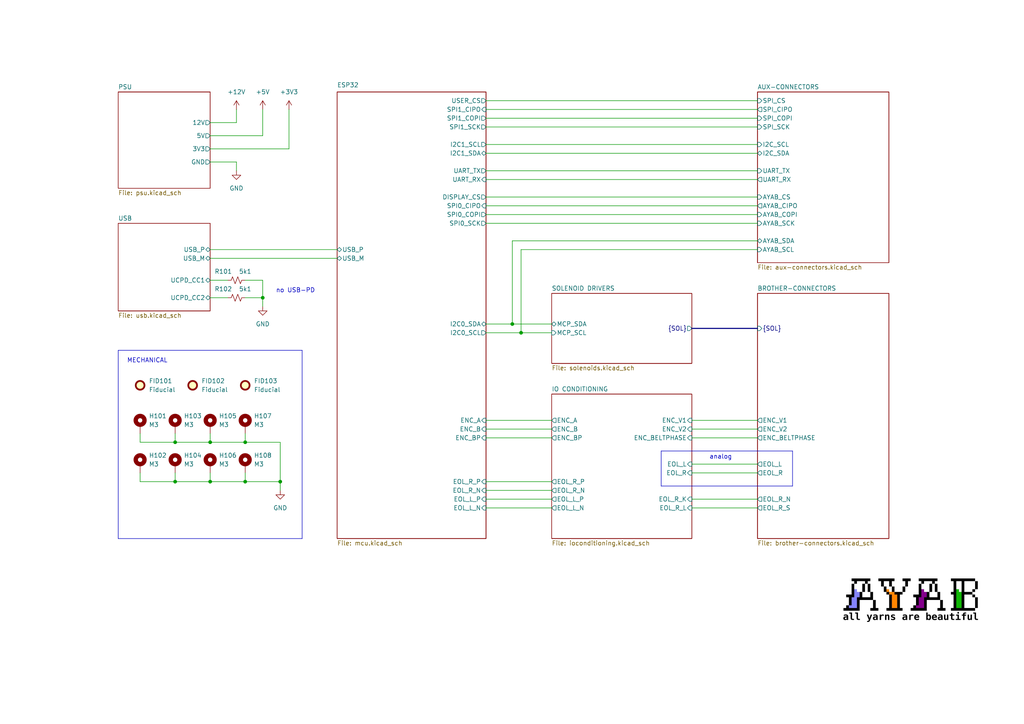
<source format=kicad_sch>
(kicad_sch (version 20230121) (generator eeschema)
  (paper "A4")
  (title_block (title "AYAB-ESP32 overview") (date "2023-07-17") (rev "0.1") (company "matei") (comment 1 "ayab-knitting.com") (comment 2 "distributed under CC-BY-SA-4.0"))
  (lib_symbols
    (symbol "ayab-esp32:Fiducial"
      (property "Reference" "FID" (at 0 5.08 0))
      (property "Value" "Fiducial" (at 0 3.175 0))
      (symbol "Fiducial_0_1"
        (circle (center 0 0) (radius 1.27) (stroke (width 0.508)) (fill (type background)))
      )
    )
    (symbol "ayab-esp32:MountingHole_Pad" (pin_numbers hide) (pin_names (offset 1.016) hide)
      (property "Reference" "H" (at 0 6.35 0))
      (property "Value" "MountingHole_Pad" (at 0 4.445 0))
      (symbol "MountingHole_Pad_0_1"
        (circle (center 0 1.27) (radius 1.27) (stroke (width 1.27)))
      )
      (symbol "MountingHole_Pad_1_1"
        (pin input line (at 0 -2.54 90) (length 2.54) (name "1") (number "1"))
      )
    )
    (symbol "ayab-esp32:R_Small_US" (pin_numbers hide) (pin_names (offset 0.254) hide)
      (property "Reference" "R" (at 0.762 0.508 0))
      (property "Value" "R_Small_US" (at 0.762 -1.016 0))
      (symbol "R_Small_US_1_1"
        (polyline (pts (xy 0 0) (xy 1.016 -0.381) (xy 0 -0.762) (xy -1.016 -1.143) (xy 0 -1.524)))
        (polyline (pts (xy 0 1.524) (xy 1.016 1.143) (xy 0 0.762) (xy -1.016 0.381) (xy 0 0)))
        (pin passive line (at 0 2.54 270) (length 1.016) (name "~") (number "1"))
        (pin passive line (at 0 -2.54 90) (length 1.016) (name "~") (number "2"))
      )
    )
    (symbol "power:+12V" (power) (pin_names (offset 0))
      (property "Value" "+12V" (at 0 3.556 0))
      (symbol "+12V_0_1"
        (polyline (pts (xy -0.762 1.27) (xy 0 2.54)))
        (polyline (pts (xy 0 0) (xy 0 2.54)))
        (polyline (pts (xy 0 2.54) (xy 0.762 1.27)))
      )
      (symbol "+12V_1_1"
        (pin power_in line (at 0 0 90) (length 0) hide (name "+12V") (number "1"))
      )
    )
    (symbol "power:+3V3" (power) (pin_names (offset 0))
      (property "Value" "+3V3" (at 0 3.556 0))
      (symbol "+3V3_0_1"
        (polyline (pts (xy -0.762 1.27) (xy 0 2.54)))
        (polyline (pts (xy 0 0) (xy 0 2.54)))
        (polyline (pts (xy 0 2.54) (xy 0.762 1.27)))
      )
      (symbol "+3V3_1_1"
        (pin power_in line (at 0 0 90) (length 0) hide (name "+3V3") (number "1"))
      )
    )
    (symbol "power:+5V" (power) (pin_names (offset 0))
      (property "Value" "+5V" (at 0 3.556 0))
      (symbol "+5V_0_1"
        (polyline (pts (xy -0.762 1.27) (xy 0 2.54)))
        (polyline (pts (xy 0 0) (xy 0 2.54)))
        (polyline (pts (xy 0 2.54) (xy 0.762 1.27)))
      )
      (symbol "+5V_1_1"
        (pin power_in line (at 0 0 90) (length 0) hide (name "+5V") (number "1"))
      )
    )
    (symbol "power:GND" (power) (pin_names (offset 0))
      (property "Value" "GND" (at 0 -3.81 0))
      (symbol "GND_0_1"
        (polyline (pts (xy 0 0) (xy 0 -1.27) (xy 1.27 -1.27) (xy 0 -2.54) (xy -1.27 -1.27) (xy 0 -1.27)))
      )
      (symbol "GND_1_1"
        (pin power_in line (at 0 0 270) (length 0) hide (name "GND") (number "1"))
      )
    )
  )
  (bus_alias "SOL" (members "SOL_0" "SOL_1" "SOL_2" "SOL_3" "SOL_4" "SOL_5" "SOL_6" "SOL_7" "SOL_8" "SOL_9" "SOL_A" "SOL_B" "SOL_C" "SOL_D" "SOL_E" "SOL_F"))
  (bus_alias "MCU_SOL" (members "MCU_SOL_0" "MCU_SOL_1" "MCU_SOL_2" "MCU_SOL_4" "MCU_SOL_5" "MCU_SOL_6" "MCU_SOL_7" "MCU_SOL_8" "MCU_SOL_9" "MCU_SOL_A" "MCU_SOL_B" "MCU_SOL_C" "MCU_SOL_D" "MCU_SOL_E" "MCU_SOL_F" "MCU_SOL_3"))
  (junction (at 81.28 139.7))
  (junction (at 71.12 139.7))
  (junction (at 76.2 86.36))
  (junction (at 148.59 93.98))
  (junction (at 50.8 128.27))
  (junction (at 60.96 139.7))
  (junction (at 60.96 128.27))
  (junction (at 50.8 139.7))
  (junction (at 71.12 128.27))
  (junction (at 151.13 96.52))
  (wire (pts (xy 140.97 124.46) (xy 160.02 124.46)))
  (wire (pts (xy 140.97 29.21) (xy 219.71 29.21)))
  (wire (pts (xy 140.97 52.07) (xy 219.71 52.07)))
  (wire (pts (xy 68.58 46.99) (xy 68.58 49.53)))
  (wire (pts (xy 200.66 147.32) (xy 219.71 147.32)))
  (wire (pts (xy 140.97 49.53) (xy 219.71 49.53)))
  (wire (pts (xy 40.64 125.73) (xy 40.64 128.27)))
  (wire (pts (xy 140.97 36.83) (xy 219.71 36.83)))
  (wire (pts (xy 60.96 35.56) (xy 68.58 35.56)))
  (wire (pts (xy 148.59 93.98) (xy 148.59 69.85)))
  (wire (pts (xy 71.12 86.36) (xy 76.2 86.36)))
  (wire (pts (xy 60.96 81.28) (xy 66.04 81.28)))
  (wire (pts (xy 71.12 125.73) (xy 71.12 128.27)))
  (wire (pts (xy 71.12 139.7) (xy 81.28 139.7)))
  (wire (pts (xy 140.97 62.23) (xy 219.71 62.23)))
  (wire (pts (xy 60.96 128.27) (xy 71.12 128.27)))
  (polyline (pts (xy 229.87 140.97) (xy 229.87 130.81)))
  (wire (pts (xy 60.96 43.18) (xy 83.82 43.18)))
  (wire (pts (xy 71.12 137.16) (xy 71.12 139.7)))
  (wire (pts (xy 200.66 144.78) (xy 219.71 144.78)))
  (wire (pts (xy 60.96 74.93) (xy 97.79 74.93)))
  (wire (pts (xy 81.28 139.7) (xy 81.28 142.24)))
  (bus (pts (xy 200.66 95.25) (xy 219.71 95.25)))
  (wire (pts (xy 83.82 43.18) (xy 83.82 31.75)))
  (wire (pts (xy 60.96 137.16) (xy 60.96 139.7)))
  (wire (pts (xy 140.97 139.7) (xy 160.02 139.7)))
  (wire (pts (xy 50.8 128.27) (xy 60.96 128.27)))
  (wire (pts (xy 140.97 127) (xy 160.02 127)))
  (wire (pts (xy 60.96 72.39) (xy 97.79 72.39)))
  (wire (pts (xy 200.66 137.16) (xy 219.71 137.16)))
  (wire (pts (xy 140.97 41.91) (xy 219.71 41.91)))
  (wire (pts (xy 151.13 96.52) (xy 160.02 96.52)))
  (wire (pts (xy 40.64 139.7) (xy 50.8 139.7)))
  (wire (pts (xy 151.13 72.39) (xy 219.71 72.39)))
  (wire (pts (xy 60.96 86.36) (xy 66.04 86.36)))
  (wire (pts (xy 140.97 142.24) (xy 160.02 142.24)))
  (wire (pts (xy 200.66 124.46) (xy 219.71 124.46)))
  (wire (pts (xy 140.97 34.29) (xy 219.71 34.29)))
  (wire (pts (xy 140.97 96.52) (xy 151.13 96.52)))
  (wire (pts (xy 71.12 128.27) (xy 81.28 128.27)))
  (wire (pts (xy 148.59 69.85) (xy 219.71 69.85)))
  (wire (pts (xy 140.97 31.75) (xy 219.71 31.75)))
  (polyline (pts (xy 34.29 156.21) (xy 87.63 156.21)))
  (wire (pts (xy 60.96 39.37) (xy 76.2 39.37)))
  (polyline (pts (xy 34.29 101.6) (xy 34.29 156.21)))
  (wire (pts (xy 148.59 93.98) (xy 160.02 93.98)))
  (wire (pts (xy 200.66 121.92) (xy 219.71 121.92)))
  (wire (pts (xy 200.66 127) (xy 219.71 127)))
  (wire (pts (xy 140.97 93.98) (xy 148.59 93.98)))
  (wire (pts (xy 50.8 137.16) (xy 50.8 139.7)))
  (wire (pts (xy 76.2 39.37) (xy 76.2 31.75)))
  (wire (pts (xy 40.64 128.27) (xy 50.8 128.27)))
  (wire (pts (xy 151.13 96.52) (xy 151.13 72.39)))
  (wire (pts (xy 60.96 46.99) (xy 68.58 46.99)))
  (wire (pts (xy 68.58 35.56) (xy 68.58 31.75)))
  (polyline (pts (xy 34.29 101.6) (xy 87.63 101.6)))
  (wire (pts (xy 60.96 139.7) (xy 71.12 139.7)))
  (polyline (pts (xy 87.63 156.21) (xy 87.63 101.6)))
  (wire (pts (xy 40.64 137.16) (xy 40.64 139.7)))
  (wire (pts (xy 60.96 125.73) (xy 60.96 128.27)))
  (wire (pts (xy 50.8 125.73) (xy 50.8 128.27)))
  (wire (pts (xy 76.2 86.36) (xy 76.2 88.9)))
  (polyline (pts (xy 191.77 130.81) (xy 229.87 130.81)))
  (wire (pts (xy 140.97 64.77) (xy 219.71 64.77)))
  (wire (pts (xy 140.97 44.45) (xy 219.71 44.45)))
  (polyline (pts (xy 191.77 140.97) (xy 229.87 140.97)))
  (wire (pts (xy 81.28 128.27) (xy 81.28 139.7)))
  (wire (pts (xy 140.97 121.92) (xy 160.02 121.92)))
  (polyline (pts (xy 191.77 130.81) (xy 191.77 140.97)))
  (wire (pts (xy 50.8 139.7) (xy 60.96 139.7)))
  (wire (pts (xy 71.12 81.28) (xy 76.2 81.28)))
  (wire (pts (xy 76.2 81.28) (xy 76.2 86.36)))
  (wire (pts (xy 200.66 134.62) (xy 219.71 134.62)))
  (wire (pts (xy 140.97 144.78) (xy 160.02 144.78)))
  (wire (pts (xy 140.97 57.15) (xy 219.71 57.15)))
  (wire (pts (xy 140.97 59.69) (xy 219.71 59.69)))
  (wire (pts (xy 140.97 147.32) (xy 160.02 147.32)))
  (image (at 264.16 173.99) (scale 0.599605))
  (text "no USB-PD" (at 80.01 85.09 0) (effects (font (size 1.27 1.27)) (justify left bottom)))
  (text "MECHANICAL" (at 36.83 105.41 0) (effects (font (size 1.27 1.27)) (justify left bottom)))
  (text "analog" (at 205.74 133.35 0) (effects (font (size 1.27 1.27)) (justify left bottom)))
  (symbol (lib_id "ayab-esp32:Fiducial") (at 40.64 111.76 0) (unit 1)
    (property "Reference" "FID101" (at 43.18 110.49 0) (effects (justify left)))
    (property "Value" "Fiducial" (at 43.18 113.03 0) (effects (justify left)))
  )
  (symbol (lib_id "ayab-esp32:MountingHole_Pad") (at 71.12 123.19 0) (unit 1)
    (property "Reference" "H107" (at 73.66 120.65 0) (effects (justify left)))
    (property "Value" "M3" (at 73.66 123.19 0) (effects (justify left)))
  )
  (symbol (lib_id "ayab-esp32:R_Small_US") (at 68.58 81.28 90) (unit 1)
    (property "Reference" "R101" (at 64.77 78.74 90))
    (property "Value" "5k1" (at 71.12 78.74 90))
  )
  (symbol (lib_id "power:+3V3") (at 83.82 31.75 0) (unit 1)
    (property "Reference" "#PWR0106" (effects hide))
    (property "Value" "+3V3" (at 83.82 26.67 0))
  )
  (symbol (lib_id "ayab-esp32:Fiducial") (at 55.88 111.76 0) (unit 1)
    (property "Reference" "FID102" (at 58.42 110.49 0) (effects (justify left)))
    (property "Value" "Fiducial" (at 58.42 113.03 0) (effects (justify left)))
  )
  (symbol (lib_id "ayab-esp32:MountingHole_Pad") (at 40.64 123.19 0) (unit 1)
    (property "Reference" "H101" (at 43.18 120.65 0) (effects (justify left)))
    (property "Value" "M3" (at 43.18 123.19 0) (effects (justify left)))
  )
  (symbol (lib_id "power:GND") (at 76.2 88.9 0) (unit 1)
    (property "Reference" "#PWR0104" (effects hide))
    (property "Value" "GND" (at 76.2 93.98 0))
  )
  (symbol (lib_id "ayab-esp32:MountingHole_Pad") (at 50.8 123.19 0) (unit 1)
    (property "Reference" "H103" (at 53.34 120.65 0) (effects (justify left)))
    (property "Value" "M3" (at 53.34 123.19 0) (effects (justify left)))
  )
  (symbol (lib_id "ayab-esp32:MountingHole_Pad") (at 60.96 134.62 0) (unit 1)
    (property "Reference" "H106" (at 63.5 132.08 0) (effects (justify left)))
    (property "Value" "M3" (at 63.5 134.62 0) (effects (justify left)))
  )
  (symbol (lib_id "ayab-esp32:Fiducial") (at 71.12 111.76 0) (unit 1)
    (property "Reference" "FID103" (at 73.66 110.49 0) (effects (justify left)))
    (property "Value" "Fiducial" (at 73.66 113.03 0) (effects (justify left)))
  )
  (symbol (lib_id "ayab-esp32:R_Small_US") (at 68.58 86.36 90) (unit 1)
    (property "Reference" "R102" (at 64.77 83.82 90))
    (property "Value" "5k1" (at 71.12 83.82 90))
  )
  (symbol (lib_id "power:+12V") (at 68.58 31.75 0) (unit 1)
    (property "Reference" "#PWR0101" (effects hide))
    (property "Value" "+12V" (at 68.58 26.67 0))
  )
  (symbol (lib_id "power:+5V") (at 76.2 31.75 0) (unit 1)
    (property "Reference" "#PWR0103" (effects hide))
    (property "Value" "+5V" (at 76.2 26.67 0))
  )
  (symbol (lib_id "ayab-esp32:MountingHole_Pad") (at 71.12 134.62 0) (unit 1)
    (property "Reference" "H108" (at 73.66 132.08 0) (effects (justify left)))
    (property "Value" "M3" (at 73.66 134.62 0) (effects (justify left)))
  )
  (symbol (lib_id "ayab-esp32:MountingHole_Pad") (at 50.8 134.62 0) (unit 1)
    (property "Reference" "H104" (at 53.34 132.08 0) (effects (justify left)))
    (property "Value" "M3" (at 53.34 134.62 0) (effects (justify left)))
  )
  (symbol (lib_id "ayab-esp32:MountingHole_Pad") (at 40.64 134.62 0) (unit 1)
    (property "Reference" "H102" (at 43.18 132.08 0) (effects (justify left)))
    (property "Value" "M3" (at 43.18 134.62 0) (effects (justify left)))
  )
  (symbol (lib_id "power:GND") (at 68.58 49.53 0) (unit 1)
    (property "Reference" "#PWR0102" (effects hide))
    (property "Value" "GND" (at 68.58 54.61 0))
  )
  (symbol (lib_id "power:GND") (at 81.28 142.24 0) (unit 1)
    (property "Reference" "#PWR0105" (effects hide))
    (property "Value" "GND" (at 81.28 147.32 0))
  )
  (symbol (lib_id "ayab-esp32:MountingHole_Pad") (at 60.96 123.19 0) (unit 1)
    (property "Reference" "H105" (at 63.5 120.65 0) (effects (justify left)))
    (property "Value" "M3" (at 63.5 123.19 0) (effects (justify left)))
  )
  (sheet (at 34.29 26.67) (size 26.67 27.94) (stroke (width 0.1524))
    (property "Sheetname" "PSU" (at 34.29 25.9584 0) (effects (justify left bottom)))
    (property "Sheetfile" "psu.kicad_sch" (at 34.29 55.1946 0) (effects (justify left top)))
    (pin "12V" output (at 60.96 35.56 0))
    (pin "3V3" output (at 60.96 43.18 0))
    (pin "5V" output (at 60.96 39.37 0))
    (pin "GND" output (at 60.96 46.99 0))
  )
  (sheet (at 160.02 85.09) (size 40.64 20.32) (stroke (width 0.1524))
    (property "Sheetname" "SOLENOID DRIVERS" (at 160.02 84.3784 0) (effects (justify left bottom)))
    (property "Sheetfile" "solenoids.kicad_sch" (at 160.02 105.9946 0) (effects (justify left top)))
    (pin "{SOL}" output (at 200.66 95.25 0))
    (pin "MCP_SDA" bidirectional (at 160.02 93.98 180))
    (pin "MCP_SCL" input (at 160.02 96.52 180))
  )
  (sheet (at 34.29 64.77) (size 26.67 25.4) (stroke (width 0.1524))
    (property "Sheetname" "USB" (at 34.29 64.0584 0) (effects (justify left bottom)))
    (property "Sheetfile" "usb.kicad_sch" (at 34.29 90.7546 0) (effects (justify left top)))
    (pin "USB_M" bidirectional (at 60.96 74.93 0))
    (pin "UCPD_CC2" bidirectional (at 60.96 86.36 0))
    (pin "UCPD_CC1" bidirectional (at 60.96 81.28 0))
    (pin "USB_P" bidirectional (at 60.96 72.39 0))
  )
  (sheet (at 219.71 85.09) (size 38.1 71.12) (stroke (width 0.1524))
    (property "Sheetname" "BROTHER-CONNECTORS" (at 219.71 84.3784 0) (effects (justify left bottom)))
    (property "Sheetfile" "brother-connectors.kicad_sch" (at 219.71 156.7946 0) (effects (justify left top)))
    (pin "{SOL}" input (at 219.71 95.25 180))
    (pin "ENC_V2" output (at 219.71 124.46 180))
    (pin "ENC_BELTPHASE" output (at 219.71 127 180))
    (pin "ENC_V1" output (at 219.71 121.92 180))
    (pin "EOL_R_N" output (at 219.71 144.78 180))
    (pin "EOL_R_S" output (at 219.71 147.32 180))
    (pin "EOL_L" output (at 219.71 134.62 180))
    (pin "EOL_R" output (at 219.71 137.16 180))
  )
  (sheet (at 160.02 114.3) (size 40.64 41.91) (stroke (width 0.1524))
    (property "Sheetname" "IO CONDITIONING" (at 160.02 113.5884 0) (effects (justify left bottom)))
    (property "Sheetfile" "ioconditioning.kicad_sch" (at 160.02 156.7946 0) (effects (justify left top)))
    (pin "ENC_B" output (at 160.02 124.46 180))
    (pin "ENC_A" output (at 160.02 121.92 180))
    (pin "ENC_BP" output (at 160.02 127 180))
    (pin "ENC_V2" input (at 200.66 124.46 0))
    (pin "ENC_BELTPHASE" input (at 200.66 127 0))
    (pin "ENC_V1" input (at 200.66 121.92 0))
    (pin "EOL_L" input (at 200.66 134.62 0))
    (pin "EOL_R" input (at 200.66 137.16 0))
    (pin "EOL_R_K" input (at 200.66 144.78 0))
    (pin "EOL_R_L" input (at 200.66 147.32 0))
    (pin "EOL_L_N" output (at 160.02 147.32 180))
    (pin "EOL_R_P" output (at 160.02 139.7 180))
    (pin "EOL_R_N" output (at 160.02 142.24 180))
    (pin "EOL_L_P" output (at 160.02 144.78 180))
  )
  (sheet (at 97.79 26.67) (size 43.18 129.54) (stroke (width 0.1524))
    (property "Sheetname" "ESP32" (at 97.79 25.4 0) (effects (justify left bottom)))
    (property "Sheetfile" "mcu.kicad_sch" (at 97.79 156.7946 0) (effects (justify left top)))
    (pin "ENC_BP" input (at 140.97 127 0))
    (pin "ENC_A" input (at 140.97 121.92 0))
    (pin "ENC_B" input (at 140.97 124.46 0))
    (pin "USB_P" bidirectional (at 97.79 72.39 180))
    (pin "USB_M" bidirectional (at 97.79 74.93 180))
    (pin "EOL_L_P" input (at 140.97 144.78 0))
    (pin "EOL_L_N" input (at 140.97 147.32 0))
    (pin "EOL_R_P" input (at 140.97 139.7 0))
    (pin "EOL_R_N" input (at 140.97 142.24 0))
    (pin "I2C0_SDA" bidirectional (at 140.97 93.98 0))
    (pin "I2C0_SCL" output (at 140.97 96.52 0))
    (pin "SPI0_COPI" output (at 140.97 62.23 0))
    (pin "DISPLAY_CS" output (at 140.97 57.15 0))
    (pin "SPI0_CIPO" input (at 140.97 59.69 0))
    (pin "SPI0_SCK" output (at 140.97 64.77 0))
    (pin "UART_TX" output (at 140.97 49.53 0))
    (pin "UART_RX" input (at 140.97 52.07 0))
    (pin "SPI1_CIPO" input (at 140.97 31.75 0))
    (pin "SPI1_SCK" output (at 140.97 36.83 0))
    (pin "I2C1_SDA" bidirectional (at 140.97 44.45 0))
    (pin "I2C1_SCL" output (at 140.97 41.91 0))
    (pin "USER_CS" output (at 140.97 29.21 0))
    (pin "SPI1_COPI" output (at 140.97 34.29 0))
  )
  (sheet (at 219.71 26.67) (size 38.1 49.53) (stroke (width 0.1524))
    (property "Sheetname" "AUX-CONNECTORS" (at 219.71 25.9584 0) (effects (justify left bottom)))
    (property "Sheetfile" "aux-connectors.kicad_sch" (at 219.71 76.7846 0) (effects (justify left top)))
    (pin "SPI_COPI" input (at 219.71 34.29 180))
    (pin "SPI_CIPO" output (at 219.71 31.75 180))
    (pin "SPI_CS" input (at 219.71 29.21 180))
    (pin "I2C_SCL" input (at 219.71 41.91 180))
    (pin "I2C_SDA" bidirectional (at 219.71 44.45 180))
    (pin "UART_TX" input (at 219.71 49.53 180))
    (pin "UART_RX" output (at 219.71 52.07 180))
    (pin "AYAB_CS" input (at 219.71 57.15 180))
    (pin "SPI_SCK" input (at 219.71 36.83 180))
    (pin "AYAB_CIPO" output (at 219.71 59.69 180))
    (pin "AYAB_SCK" input (at 219.71 64.77 180))
    (pin "AYAB_COPI" input (at 219.71 62.23 180))
    (pin "AYAB_SCL" input (at 219.71 72.39 180))
    (pin "AYAB_SDA" bidirectional (at 219.71 69.85 180))
  )
)
</source>
